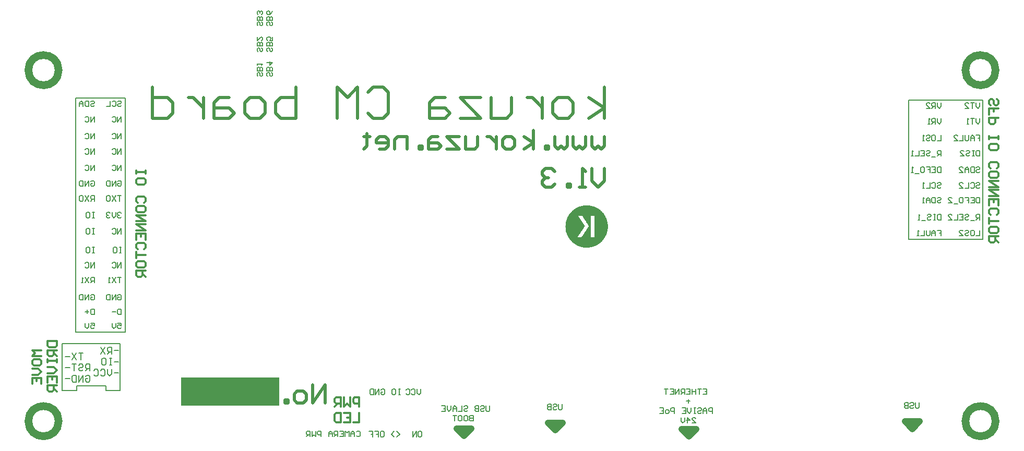
<source format=gbo>
G04*
G04 #@! TF.GenerationSoftware,Altium Limited,Altium Designer,21.2.2 (38)*
G04*
G04 Layer_Color=32896*
%FSAX25Y25*%
%MOIN*%
G70*
G04*
G04 #@! TF.SameCoordinates,D0FF6B23-36CC-4740-AB7B-40CE6848005B*
G04*
G04*
G04 #@! TF.FilePolarity,Positive*
G04*
G01*
G75*
%ADD11C,0.00787*%
%ADD12C,0.05118*%
%ADD13C,0.01181*%
%ADD16C,0.01968*%
%ADD18C,0.00100*%
%ADD161C,0.03937*%
%ADD215R,0.62750X0.18000*%
D11*
X1152681Y0237589D02*
Y0326589D01*
Y0237589D02*
X1200181D01*
Y0326589D01*
X1152681D02*
X1200181D01*
X0620968Y0178222D02*
Y0327972D01*
Y0178222D02*
X0652468D01*
Y0327972D01*
X0620968D02*
X0652468D01*
X0639998Y0140795D02*
Y0143795D01*
X0636998D02*
X0639998D01*
X0621498D02*
X0624498D01*
X0621498Y0140795D02*
Y0143795D01*
X0639998Y0140795D02*
X0649248D01*
X0612248D02*
X0621498D01*
X0649248D02*
Y0170795D01*
X0624498Y0143795D02*
X0636998D01*
X0612248Y0140795D02*
Y0170795D01*
X0649248D01*
X1159518Y0133078D02*
Y0130126D01*
X1158927Y0129535D01*
X1157747D01*
X1157156Y0130126D01*
Y0133078D01*
X1153614Y0132487D02*
X1154204Y0133078D01*
X1155385D01*
X1155976Y0132487D01*
Y0131897D01*
X1155385Y0131307D01*
X1154204D01*
X1153614Y0130716D01*
Y0130126D01*
X1154204Y0129535D01*
X1155385D01*
X1155976Y0130126D01*
X1152433Y0133078D02*
Y0129535D01*
X1150662D01*
X1150072Y0130126D01*
Y0130716D01*
X1150662Y0131307D01*
X1152433D01*
X1150662D01*
X1150072Y0131897D01*
Y0132487D01*
X1150662Y0133078D01*
X1152433D01*
X0625631Y0164832D02*
X0622745D01*
X0624188D01*
Y0160503D01*
X0621302Y0164832D02*
X0618416Y0160503D01*
Y0164832D02*
X0621302Y0160503D01*
X0616973Y0162667D02*
X0614086D01*
X0629961Y0153418D02*
Y0157747D01*
X0627796D01*
X0627074Y0157025D01*
Y0155582D01*
X0627796Y0154861D01*
X0629961D01*
X0628517D02*
X0627074Y0153418D01*
X0622745Y0157025D02*
X0623467Y0157747D01*
X0624910D01*
X0625631Y0157025D01*
Y0156304D01*
X0624910Y0155582D01*
X0623467D01*
X0622745Y0154861D01*
Y0154139D01*
X0623467Y0153418D01*
X0624910D01*
X0625631Y0154139D01*
X0621302Y0157747D02*
X0618416D01*
X0619859D01*
Y0153418D01*
X0616973Y0155582D02*
X0614086D01*
X0627074Y0149940D02*
X0627796Y0150662D01*
X0629239D01*
X0629961Y0149940D01*
Y0147054D01*
X0629239Y0146333D01*
X0627796D01*
X0627074Y0147054D01*
Y0148497D01*
X0628517D01*
X0625631Y0146333D02*
Y0150662D01*
X0622745Y0146333D01*
Y0150662D01*
X0621302D02*
Y0146333D01*
X0619137D01*
X0618416Y0147054D01*
Y0149940D01*
X0619137Y0150662D01*
X0621302D01*
X0616973Y0148497D02*
X0614086D01*
X0885268Y0131104D02*
Y0128152D01*
X0884677Y0127562D01*
X0883497D01*
X0882906Y0128152D01*
Y0131104D01*
X0879364Y0130513D02*
X0879954Y0131104D01*
X0881135D01*
X0881726Y0130513D01*
Y0129923D01*
X0881135Y0129333D01*
X0879954D01*
X0879364Y0128742D01*
Y0128152D01*
X0879954Y0127562D01*
X0881135D01*
X0881726Y0128152D01*
X0878183Y0131104D02*
Y0127562D01*
X0876412D01*
X0875822Y0128152D01*
Y0128742D01*
X0876412Y0129333D01*
X0878183D01*
X0876412D01*
X0875822Y0129923D01*
Y0130513D01*
X0876412Y0131104D01*
X0878183D01*
X0868738Y0130513D02*
X0869328Y0131104D01*
X0870509D01*
X0871099Y0130513D01*
Y0129923D01*
X0870509Y0129333D01*
X0869328D01*
X0868738Y0128742D01*
Y0128152D01*
X0869328Y0127562D01*
X0870509D01*
X0871099Y0128152D01*
X0867557Y0131104D02*
Y0127562D01*
X0865195D01*
X0864015D02*
Y0129923D01*
X0862834Y0131104D01*
X0861653Y0129923D01*
Y0127562D01*
Y0129333D01*
X0864015D01*
X0860473Y0131104D02*
Y0128742D01*
X0859292Y0127562D01*
X0858111Y0128742D01*
Y0131104D01*
X0854569D02*
X0856930D01*
Y0127562D01*
X0854569D01*
X0856930Y0129333D02*
X0855750D01*
X0874641Y0124963D02*
Y0121421D01*
X0872870D01*
X0872280Y0122012D01*
Y0122602D01*
X0872870Y0123192D01*
X0874641D01*
X0872870D01*
X0872280Y0123783D01*
Y0124373D01*
X0872870Y0124963D01*
X0874641D01*
X0869328D02*
X0870509D01*
X0871099Y0124373D01*
Y0122012D01*
X0870509Y0121421D01*
X0869328D01*
X0868738Y0122012D01*
Y0124373D01*
X0869328Y0124963D01*
X0865786D02*
X0866967D01*
X0867557Y0124373D01*
Y0122012D01*
X0866967Y0121421D01*
X0865786D01*
X0865195Y0122012D01*
Y0124373D01*
X0865786Y0124963D01*
X0864015D02*
X0861653D01*
X0862834D01*
Y0121421D01*
X0648211Y0166417D02*
X0645324D01*
X0643881Y0164252D02*
Y0168582D01*
X0641717D01*
X0640995Y0167860D01*
Y0166417D01*
X0641717Y0165696D01*
X0643881D01*
X0642438D02*
X0640995Y0164252D01*
X0639552Y0168582D02*
X0636666Y0164252D01*
Y0168582D02*
X0639552Y0164252D01*
X0648211Y0159332D02*
X0645324D01*
X0643881Y0161497D02*
X0642438D01*
X0643160D01*
Y0157168D01*
X0643881D01*
X0642438D01*
X0638109Y0161497D02*
X0639552D01*
X0640274Y0160775D01*
Y0157889D01*
X0639552Y0157168D01*
X0638109D01*
X0637387Y0157889D01*
Y0160775D01*
X0638109Y0161497D01*
X0648211Y0152247D02*
X0645324D01*
X0643881Y0154412D02*
Y0151526D01*
X0642438Y0150083D01*
X0640995Y0151526D01*
Y0154412D01*
X0636666Y0153690D02*
X0637387Y0154412D01*
X0638830D01*
X0639552Y0153690D01*
Y0150804D01*
X0638830Y0150083D01*
X0637387D01*
X0636666Y0150804D01*
X0632337Y0153690D02*
X0633058Y0154412D01*
X0634501D01*
X0635223Y0153690D01*
Y0150804D01*
X0634501Y0150083D01*
X0633058D01*
X0632337Y0150804D01*
X1021557Y0142046D02*
X1023918D01*
Y0138504D01*
X1021557D01*
X1023918Y0140275D02*
X1022738D01*
X1020376Y0142046D02*
X1018015D01*
X1019196D01*
Y0138504D01*
X1016834Y0142046D02*
Y0138504D01*
Y0140275D01*
X1014473D01*
Y0142046D01*
Y0138504D01*
X1010931Y0142046D02*
X1013292D01*
Y0138504D01*
X1010931D01*
X1013292Y0140275D02*
X1012111D01*
X1009750Y0138504D02*
Y0142046D01*
X1007979D01*
X1007388Y0141455D01*
Y0140275D01*
X1007979Y0139684D01*
X1009750D01*
X1008569D02*
X1007388Y0138504D01*
X1006208D02*
Y0142046D01*
X1003846Y0138504D01*
Y0142046D01*
X1000304D02*
X1002666D01*
Y0138504D01*
X1000304D01*
X1002666Y0140275D02*
X1001485D01*
X0999123Y0142046D02*
X0996762D01*
X0997943D01*
Y0138504D01*
X1013292Y0134134D02*
X1010931D01*
X1012111Y0135315D02*
Y0132954D01*
X1027461Y0126223D02*
Y0129765D01*
X1025690D01*
X1025099Y0129175D01*
Y0127994D01*
X1025690Y0127404D01*
X1027461D01*
X1023918Y0126223D02*
Y0128584D01*
X1022738Y0129765D01*
X1021557Y0128584D01*
Y0126223D01*
Y0127994D01*
X1023918D01*
X1018015Y0129175D02*
X1018605Y0129765D01*
X1019786D01*
X1020376Y0129175D01*
Y0128584D01*
X1019786Y0127994D01*
X1018605D01*
X1018015Y0127404D01*
Y0126813D01*
X1018605Y0126223D01*
X1019786D01*
X1020376Y0126813D01*
X1016834Y0129765D02*
X1015653D01*
X1016244D01*
Y0126223D01*
X1016834D01*
X1015653D01*
X1013882Y0129765D02*
Y0127404D01*
X1012702Y0126223D01*
X1011521Y0127404D01*
Y0129765D01*
X1007979D02*
X1010340D01*
Y0126223D01*
X1007979D01*
X1010340Y0127994D02*
X1009159D01*
X1003256Y0126223D02*
Y0129765D01*
X1001485D01*
X1000894Y0129175D01*
Y0127994D01*
X1001485Y0127404D01*
X1003256D01*
X0999123Y0126223D02*
X0997943D01*
X0997352Y0126813D01*
Y0127994D01*
X0997943Y0128584D01*
X0999123D01*
X0999714Y0127994D01*
Y0126813D01*
X0999123Y0126223D01*
X0993810Y0129765D02*
X0996171D01*
Y0126223D01*
X0993810D01*
X0996171Y0127994D02*
X0994991D01*
X1014473Y0120083D02*
X1016834D01*
X1014473Y0122444D01*
Y0123034D01*
X1015063Y0123625D01*
X1016244D01*
X1016834Y0123034D01*
X1011521Y0120083D02*
Y0123625D01*
X1013292Y0121854D01*
X1010931D01*
X1009750Y0123625D02*
Y0121263D01*
X1008569Y0120083D01*
X1007388Y0121263D01*
Y0123625D01*
X0931547Y0132219D02*
Y0129268D01*
X0930957Y0128677D01*
X0929776D01*
X0929186Y0129268D01*
Y0132219D01*
X0925644Y0131629D02*
X0926234Y0132219D01*
X0927415D01*
X0928005Y0131629D01*
Y0131039D01*
X0927415Y0130448D01*
X0926234D01*
X0925644Y0129858D01*
Y0129268D01*
X0926234Y0128677D01*
X0927415D01*
X0928005Y0129268D01*
X0924463Y0132219D02*
Y0128677D01*
X0922692D01*
X0922101Y0129268D01*
Y0129858D01*
X0922692Y0130448D01*
X0924463D01*
X0922692D01*
X0922101Y0131039D01*
Y0131629D01*
X0922692Y0132219D01*
X0924463D01*
X1198248Y0324837D02*
Y0322476D01*
X1197067Y0321295D01*
X1195887Y0322476D01*
Y0324837D01*
X1194706D02*
X1192344D01*
X1193525D01*
Y0321295D01*
X1188802D02*
X1191164D01*
X1188802Y0323657D01*
Y0324247D01*
X1189393Y0324837D01*
X1190573D01*
X1191164Y0324247D01*
X1198248Y0314837D02*
Y0312476D01*
X1197067Y0311295D01*
X1195887Y0312476D01*
Y0314837D01*
X1194706D02*
X1192344D01*
X1193525D01*
Y0311295D01*
X1191164D02*
X1189983D01*
X1190573D01*
Y0314837D01*
X1191164Y0314247D01*
X1195887Y0304087D02*
X1198248D01*
Y0302316D01*
X1197067D01*
X1198248D01*
Y0300545D01*
X1194706D02*
Y0302907D01*
X1193525Y0304087D01*
X1192344Y0302907D01*
Y0300545D01*
Y0302316D01*
X1194706D01*
X1191164Y0304087D02*
Y0301136D01*
X1190573Y0300545D01*
X1189393D01*
X1188802Y0301136D01*
Y0304087D01*
X1187621D02*
Y0300545D01*
X1185260D01*
X1181718D02*
X1184079D01*
X1181718Y0302907D01*
Y0303497D01*
X1182308Y0304087D01*
X1183489D01*
X1184079Y0303497D01*
X1198248Y0294337D02*
Y0290795D01*
X1196477D01*
X1195887Y0291386D01*
Y0293747D01*
X1196477Y0294337D01*
X1198248D01*
X1194706D02*
X1193525D01*
X1194116D01*
Y0290795D01*
X1194706D01*
X1193525D01*
X1189393Y0293747D02*
X1189983Y0294337D01*
X1191164D01*
X1191754Y0293747D01*
Y0293157D01*
X1191164Y0292566D01*
X1189983D01*
X1189393Y0291976D01*
Y0291386D01*
X1189983Y0290795D01*
X1191164D01*
X1191754Y0291386D01*
X1185850Y0290795D02*
X1188212D01*
X1185850Y0293157D01*
Y0293747D01*
X1186441Y0294337D01*
X1187621D01*
X1188212Y0293747D01*
X1195887Y0283247D02*
X1196477Y0283837D01*
X1197658D01*
X1198248Y0283247D01*
Y0282657D01*
X1197658Y0282066D01*
X1196477D01*
X1195887Y0281476D01*
Y0280886D01*
X1196477Y0280295D01*
X1197658D01*
X1198248Y0280886D01*
X1194706Y0283837D02*
Y0280295D01*
X1192935D01*
X1192344Y0280886D01*
Y0283247D01*
X1192935Y0283837D01*
X1194706D01*
X1191164Y0280295D02*
Y0282657D01*
X1189983Y0283837D01*
X1188802Y0282657D01*
Y0280295D01*
Y0282066D01*
X1191164D01*
X1185260Y0280295D02*
X1187621D01*
X1185260Y0282657D01*
Y0283247D01*
X1185850Y0283837D01*
X1187031D01*
X1187621Y0283247D01*
X1195887Y0273247D02*
X1196477Y0273837D01*
X1197658D01*
X1198248Y0273247D01*
Y0272657D01*
X1197658Y0272066D01*
X1196477D01*
X1195887Y0271476D01*
Y0270886D01*
X1196477Y0270295D01*
X1197658D01*
X1198248Y0270886D01*
X1192344Y0273247D02*
X1192935Y0273837D01*
X1194116D01*
X1194706Y0273247D01*
Y0270886D01*
X1194116Y0270295D01*
X1192935D01*
X1192344Y0270886D01*
X1191164Y0273837D02*
Y0270295D01*
X1188802D01*
X1185260D02*
X1187621D01*
X1185260Y0272657D01*
Y0273247D01*
X1185850Y0273837D01*
X1187031D01*
X1187621Y0273247D01*
X1198248Y0243337D02*
Y0239795D01*
X1195887D01*
X1192935Y0243337D02*
X1194116D01*
X1194706Y0242747D01*
Y0240386D01*
X1194116Y0239795D01*
X1192935D01*
X1192344Y0240386D01*
Y0242747D01*
X1192935Y0243337D01*
X1188802Y0242747D02*
X1189393Y0243337D01*
X1190573D01*
X1191164Y0242747D01*
Y0242157D01*
X1190573Y0241566D01*
X1189393D01*
X1188802Y0240976D01*
Y0240386D01*
X1189393Y0239795D01*
X1190573D01*
X1191164Y0240386D01*
X1185260Y0239795D02*
X1187621D01*
X1185260Y0242157D01*
Y0242747D01*
X1185850Y0243337D01*
X1187031D01*
X1187621Y0242747D01*
X1198248Y0250045D02*
Y0253587D01*
X1196477D01*
X1195887Y0252997D01*
Y0251816D01*
X1196477Y0251226D01*
X1198248D01*
X1197067D02*
X1195887Y0250045D01*
X1194706Y0249455D02*
X1192344D01*
X1188802Y0252997D02*
X1189393Y0253587D01*
X1190573D01*
X1191164Y0252997D01*
Y0252407D01*
X1190573Y0251816D01*
X1189393D01*
X1188802Y0251226D01*
Y0250636D01*
X1189393Y0250045D01*
X1190573D01*
X1191164Y0250636D01*
X1185260Y0253587D02*
X1187621D01*
Y0250045D01*
X1185260D01*
X1187621Y0251816D02*
X1186441D01*
X1184079Y0253587D02*
Y0250045D01*
X1181718D01*
X1178176D02*
X1180537D01*
X1178176Y0252407D01*
Y0252997D01*
X1178766Y0253587D01*
X1179947D01*
X1180537Y0252997D01*
X1198248Y0264337D02*
Y0260795D01*
X1196477D01*
X1195887Y0261386D01*
Y0263747D01*
X1196477Y0264337D01*
X1198248D01*
X1192344D02*
X1194706D01*
Y0260795D01*
X1192344D01*
X1194706Y0262566D02*
X1193525D01*
X1188802Y0264337D02*
X1191164D01*
Y0262566D01*
X1189983D01*
X1191164D01*
Y0260795D01*
X1187621Y0263747D02*
X1187031Y0264337D01*
X1185850D01*
X1185260Y0263747D01*
Y0261386D01*
X1185850Y0260795D01*
X1187031D01*
X1187621Y0261386D01*
Y0263747D01*
X1184079Y0260205D02*
X1181718D01*
X1178176Y0260795D02*
X1180537D01*
X1178176Y0263157D01*
Y0263747D01*
X1178766Y0264337D01*
X1179947D01*
X1180537Y0263747D01*
X1171137D02*
X1171727Y0264337D01*
X1172908D01*
X1173498Y0263747D01*
Y0263157D01*
X1172908Y0262566D01*
X1171727D01*
X1171137Y0261976D01*
Y0261386D01*
X1171727Y0260795D01*
X1172908D01*
X1173498Y0261386D01*
X1169956Y0264337D02*
Y0260795D01*
X1168185D01*
X1167594Y0261386D01*
Y0263747D01*
X1168185Y0264337D01*
X1169956D01*
X1166414Y0260795D02*
Y0263157D01*
X1165233Y0264337D01*
X1164052Y0263157D01*
Y0260795D01*
Y0262566D01*
X1166414D01*
X1162871Y0260795D02*
X1161691D01*
X1162281D01*
Y0264337D01*
X1162871Y0263747D01*
X1173498Y0253587D02*
Y0250045D01*
X1171727D01*
X1171137Y0250636D01*
Y0252997D01*
X1171727Y0253587D01*
X1173498D01*
X1169956D02*
X1168775D01*
X1169366D01*
Y0250045D01*
X1169956D01*
X1168775D01*
X1164643Y0252997D02*
X1165233Y0253587D01*
X1166414D01*
X1167004Y0252997D01*
Y0252407D01*
X1166414Y0251816D01*
X1165233D01*
X1164643Y0251226D01*
Y0250636D01*
X1165233Y0250045D01*
X1166414D01*
X1167004Y0250636D01*
X1163462Y0249455D02*
X1161100D01*
X1159920Y0250045D02*
X1158739D01*
X1159329D01*
Y0253587D01*
X1159920Y0252997D01*
X1171137Y0243337D02*
X1173498D01*
Y0241566D01*
X1172317D01*
X1173498D01*
Y0239795D01*
X1169956D02*
Y0242157D01*
X1168775Y0243337D01*
X1167594Y0242157D01*
Y0239795D01*
Y0241566D01*
X1169956D01*
X1166414Y0243337D02*
Y0240386D01*
X1165823Y0239795D01*
X1164643D01*
X1164052Y0240386D01*
Y0243337D01*
X1162871D02*
Y0239795D01*
X1160510D01*
X1159329D02*
X1158149D01*
X1158739D01*
Y0243337D01*
X1159329Y0242747D01*
X1171137Y0273247D02*
X1171727Y0273837D01*
X1172908D01*
X1173498Y0273247D01*
Y0272657D01*
X1172908Y0272066D01*
X1171727D01*
X1171137Y0271476D01*
Y0270886D01*
X1171727Y0270295D01*
X1172908D01*
X1173498Y0270886D01*
X1167594Y0273247D02*
X1168185Y0273837D01*
X1169366D01*
X1169956Y0273247D01*
Y0270886D01*
X1169366Y0270295D01*
X1168185D01*
X1167594Y0270886D01*
X1166414Y0273837D02*
Y0270295D01*
X1164052D01*
X1162871D02*
X1161691D01*
X1162281D01*
Y0273837D01*
X1162871Y0273247D01*
X1173498Y0283837D02*
Y0280295D01*
X1171727D01*
X1171137Y0280886D01*
Y0283247D01*
X1171727Y0283837D01*
X1173498D01*
X1167594D02*
X1169956D01*
Y0280295D01*
X1167594D01*
X1169956Y0282066D02*
X1168775D01*
X1164052Y0283837D02*
X1166414D01*
Y0282066D01*
X1165233D01*
X1166414D01*
Y0280295D01*
X1162871Y0283247D02*
X1162281Y0283837D01*
X1161100D01*
X1160510Y0283247D01*
Y0280886D01*
X1161100Y0280295D01*
X1162281D01*
X1162871Y0280886D01*
Y0283247D01*
X1159329Y0279705D02*
X1156968D01*
X1155787Y0280295D02*
X1154607D01*
X1155197D01*
Y0283837D01*
X1155787Y0283247D01*
X1173498Y0290795D02*
Y0294337D01*
X1171727D01*
X1171137Y0293747D01*
Y0292566D01*
X1171727Y0291976D01*
X1173498D01*
X1172317D02*
X1171137Y0290795D01*
X1169956Y0290205D02*
X1167594D01*
X1164052Y0293747D02*
X1164643Y0294337D01*
X1165823D01*
X1166414Y0293747D01*
Y0293157D01*
X1165823Y0292566D01*
X1164643D01*
X1164052Y0291976D01*
Y0291386D01*
X1164643Y0290795D01*
X1165823D01*
X1166414Y0291386D01*
X1160510Y0294337D02*
X1162871D01*
Y0290795D01*
X1160510D01*
X1162871Y0292566D02*
X1161691D01*
X1159329Y0294337D02*
Y0290795D01*
X1156968D01*
X1155787D02*
X1154607D01*
X1155197D01*
Y0294337D01*
X1155787Y0293747D01*
X1173498Y0304087D02*
Y0300545D01*
X1171137D01*
X1168185Y0304087D02*
X1169366D01*
X1169956Y0303497D01*
Y0301136D01*
X1169366Y0300545D01*
X1168185D01*
X1167594Y0301136D01*
Y0303497D01*
X1168185Y0304087D01*
X1164052Y0303497D02*
X1164643Y0304087D01*
X1165823D01*
X1166414Y0303497D01*
Y0302907D01*
X1165823Y0302316D01*
X1164643D01*
X1164052Y0301726D01*
Y0301136D01*
X1164643Y0300545D01*
X1165823D01*
X1166414Y0301136D01*
X1162871Y0300545D02*
X1161691D01*
X1162281D01*
Y0304087D01*
X1162871Y0303497D01*
X1173498Y0314837D02*
Y0312476D01*
X1172317Y0311295D01*
X1171137Y0312476D01*
Y0314837D01*
X1169956Y0311295D02*
Y0314837D01*
X1168185D01*
X1167594Y0314247D01*
Y0313066D01*
X1168185Y0312476D01*
X1169956D01*
X1168775D02*
X1167594Y0311295D01*
X1166414D02*
X1165233D01*
X1165823D01*
Y0314837D01*
X1166414Y0314247D01*
X1173498Y0324837D02*
Y0322476D01*
X1172317Y0321295D01*
X1171137Y0322476D01*
Y0324837D01*
X1169956Y0321295D02*
Y0324837D01*
X1168185D01*
X1167594Y0324247D01*
Y0323066D01*
X1168185Y0322476D01*
X1169956D01*
X1168775D02*
X1167594Y0321295D01*
X1164052D02*
X1166414D01*
X1164052Y0323657D01*
Y0324247D01*
X1164643Y0324837D01*
X1165823D01*
X1166414Y0324247D01*
X0841171Y0141723D02*
Y0139362D01*
X0839991Y0138181D01*
X0838810Y0139362D01*
Y0141723D01*
X0835268Y0141133D02*
X0835858Y0141723D01*
X0837039D01*
X0837629Y0141133D01*
Y0138771D01*
X0837039Y0138181D01*
X0835858D01*
X0835268Y0138771D01*
X0831726Y0141133D02*
X0832316Y0141723D01*
X0833497D01*
X0834087Y0141133D01*
Y0138771D01*
X0833497Y0138181D01*
X0832316D01*
X0831726Y0138771D01*
X0828171Y0141723D02*
X0826991D01*
X0827581D01*
Y0138181D01*
X0828171D01*
X0826991D01*
X0823448Y0141723D02*
X0824629D01*
X0825219Y0141133D01*
Y0138771D01*
X0824629Y0138181D01*
X0823448D01*
X0822858Y0138771D01*
Y0141133D01*
X0823448Y0141723D01*
X0815774Y0141133D02*
X0816364Y0141723D01*
X0817545D01*
X0818135Y0141133D01*
Y0138771D01*
X0817545Y0138181D01*
X0816364D01*
X0815774Y0138771D01*
Y0139952D01*
X0816954D01*
X0814593Y0138181D02*
Y0141723D01*
X0812232Y0138181D01*
Y0141723D01*
X0811051D02*
Y0138181D01*
X0809280D01*
X0808689Y0138771D01*
Y0141133D01*
X0809280Y0141723D01*
X0811051D01*
X0840111Y0114798D02*
X0841292D01*
X0841882Y0114208D01*
Y0111846D01*
X0841292Y0111256D01*
X0840111D01*
X0839520Y0111846D01*
Y0114208D01*
X0840111Y0114798D01*
X0838340Y0111256D02*
Y0114798D01*
X0835978Y0111256D01*
Y0114798D01*
X0825942Y0111256D02*
X0827713Y0113027D01*
X0825942Y0114798D01*
X0824171Y0111256D02*
X0822400Y0113027D01*
X0824171Y0114798D01*
X0815906D02*
X0817087D01*
X0817677Y0114208D01*
Y0111846D01*
X0817087Y0111256D01*
X0815906D01*
X0815316Y0111846D01*
Y0114208D01*
X0815906Y0114798D01*
X0811773D02*
X0814135D01*
Y0113027D01*
X0812954D01*
X0814135D01*
Y0111256D01*
X0808231Y0114798D02*
X0810593D01*
Y0113027D01*
X0809412D01*
X0810593D01*
Y0111256D01*
X0800052Y0114404D02*
X0800642Y0114995D01*
X0801823D01*
X0802413Y0114404D01*
Y0112043D01*
X0801823Y0111453D01*
X0800642D01*
X0800052Y0112043D01*
X0798871Y0111453D02*
Y0113814D01*
X0797690Y0114995D01*
X0796510Y0113814D01*
Y0111453D01*
Y0113224D01*
X0798871D01*
X0795329Y0111453D02*
Y0114995D01*
X0794148Y0113814D01*
X0792968Y0114995D01*
Y0111453D01*
X0789425Y0114995D02*
X0791787D01*
Y0111453D01*
X0789425D01*
X0791787Y0113224D02*
X0790606D01*
X0788245Y0111453D02*
Y0114995D01*
X0786474D01*
X0785883Y0114404D01*
Y0113224D01*
X0786474Y0112633D01*
X0788245D01*
X0787064D02*
X0785883Y0111453D01*
X0784702D02*
Y0113814D01*
X0783522Y0114995D01*
X0782341Y0113814D01*
Y0111453D01*
Y0113224D01*
X0784702D01*
X0777618Y0111453D02*
Y0114995D01*
X0775847D01*
X0775257Y0114404D01*
Y0113224D01*
X0775847Y0112633D01*
X0777618D01*
X0774076Y0114995D02*
Y0111453D01*
X0772895Y0112633D01*
X0771715Y0111453D01*
Y0114995D01*
X0770534Y0111453D02*
Y0114995D01*
X0768763D01*
X0768173Y0114404D01*
Y0113224D01*
X0768763Y0112633D01*
X0770534D01*
X0769353D02*
X0768173Y0111453D01*
X0630357Y0325424D02*
X0630947Y0326015D01*
X0632128D01*
X0632719Y0325424D01*
Y0324834D01*
X0632128Y0324243D01*
X0630947D01*
X0630357Y0323653D01*
Y0323063D01*
X0630947Y0322472D01*
X0632128D01*
X0632719Y0323063D01*
X0629176Y0326015D02*
Y0322472D01*
X0627405D01*
X0626815Y0323063D01*
Y0325424D01*
X0627405Y0326015D01*
X0629176D01*
X0625634Y0322472D02*
Y0324834D01*
X0624453Y0326015D01*
X0623273Y0324834D01*
Y0322472D01*
Y0324243D01*
X0625634D01*
X0632719Y0312472D02*
Y0316015D01*
X0630357Y0312472D01*
Y0316015D01*
X0626815Y0315424D02*
X0627405Y0316015D01*
X0628586D01*
X0629176Y0315424D01*
Y0313063D01*
X0628586Y0312472D01*
X0627405D01*
X0626815Y0313063D01*
X0632719Y0301722D02*
Y0305265D01*
X0630357Y0301722D01*
Y0305265D01*
X0626815Y0304674D02*
X0627405Y0305265D01*
X0628586D01*
X0629176Y0304674D01*
Y0302313D01*
X0628586Y0301722D01*
X0627405D01*
X0626815Y0302313D01*
X0632719Y0291972D02*
Y0295515D01*
X0630357Y0291972D01*
Y0295515D01*
X0626815Y0294924D02*
X0627405Y0295515D01*
X0628586D01*
X0629176Y0294924D01*
Y0292563D01*
X0628586Y0291972D01*
X0627405D01*
X0626815Y0292563D01*
X0632719Y0281472D02*
Y0285015D01*
X0630357Y0281472D01*
Y0285015D01*
X0626815Y0284424D02*
X0627405Y0285015D01*
X0628586D01*
X0629176Y0284424D01*
Y0282063D01*
X0628586Y0281472D01*
X0627405D01*
X0626815Y0282063D01*
X0630357Y0274424D02*
X0630947Y0275015D01*
X0632128D01*
X0632719Y0274424D01*
Y0272063D01*
X0632128Y0271472D01*
X0630947D01*
X0630357Y0272063D01*
Y0273243D01*
X0631538D01*
X0629176Y0271472D02*
Y0275015D01*
X0626815Y0271472D01*
Y0275015D01*
X0625634D02*
Y0271472D01*
X0623863D01*
X0623273Y0272063D01*
Y0274424D01*
X0623863Y0275015D01*
X0625634D01*
X0632719Y0244515D02*
X0631538D01*
X0632128D01*
Y0240972D01*
X0632719D01*
X0631538D01*
X0627996Y0244515D02*
X0629176D01*
X0629767Y0243924D01*
Y0241563D01*
X0629176Y0240972D01*
X0627996D01*
X0627405Y0241563D01*
Y0243924D01*
X0627996Y0244515D01*
X0632719Y0254765D02*
X0631538D01*
X0632128D01*
Y0251222D01*
X0632719D01*
X0631538D01*
X0627996Y0254765D02*
X0629176D01*
X0629767Y0254174D01*
Y0251813D01*
X0629176Y0251222D01*
X0627996D01*
X0627405Y0251813D01*
Y0254174D01*
X0627996Y0254765D01*
X0632719Y0232515D02*
X0631538D01*
X0632128D01*
Y0228972D01*
X0632719D01*
X0631538D01*
X0627996Y0232515D02*
X0629176D01*
X0629767Y0231924D01*
Y0229563D01*
X0629176Y0228972D01*
X0627996D01*
X0627405Y0229563D01*
Y0231924D01*
X0627996Y0232515D01*
X0632719Y0219222D02*
Y0222765D01*
X0630357Y0219222D01*
Y0222765D01*
X0626815Y0222174D02*
X0627405Y0222765D01*
X0628586D01*
X0629176Y0222174D01*
Y0219813D01*
X0628586Y0219222D01*
X0627405D01*
X0626815Y0219813D01*
X0632719Y0209722D02*
Y0213265D01*
X0630947D01*
X0630357Y0212674D01*
Y0211493D01*
X0630947Y0210903D01*
X0632719D01*
X0631538D02*
X0630357Y0209722D01*
X0629176Y0213265D02*
X0626815Y0209722D01*
Y0213265D02*
X0629176Y0209722D01*
X0625634D02*
X0624453D01*
X0625044D01*
Y0213265D01*
X0625634Y0212674D01*
X0630357Y0201674D02*
X0630947Y0202265D01*
X0632128D01*
X0632719Y0201674D01*
Y0199313D01*
X0632128Y0198722D01*
X0630947D01*
X0630357Y0199313D01*
Y0200494D01*
X0631538D01*
X0629176Y0198722D02*
Y0202265D01*
X0626815Y0198722D01*
Y0202265D01*
X0625634D02*
Y0198722D01*
X0623863D01*
X0623273Y0199313D01*
Y0201674D01*
X0623863Y0202265D01*
X0625634D01*
X0632719Y0193015D02*
Y0189472D01*
X0630947D01*
X0630357Y0190063D01*
Y0192424D01*
X0630947Y0193015D01*
X0632719D01*
X0629176Y0191244D02*
X0626815D01*
X0627996Y0192424D02*
Y0190063D01*
X0630357Y0184015D02*
X0632719D01*
Y0182244D01*
X0631538Y0182834D01*
X0630947D01*
X0630357Y0182244D01*
Y0181063D01*
X0630947Y0180472D01*
X0632128D01*
X0632719Y0181063D01*
X0629176Y0184015D02*
Y0181653D01*
X0627996Y0180472D01*
X0626815Y0181653D01*
Y0184015D01*
X0632719Y0261972D02*
Y0265515D01*
X0630947D01*
X0630357Y0264924D01*
Y0263743D01*
X0630947Y0263153D01*
X0632719D01*
X0631538D02*
X0630357Y0261972D01*
X0629176Y0265515D02*
X0626815Y0261972D01*
Y0265515D02*
X0629176Y0261972D01*
X0625634Y0264924D02*
X0625044Y0265515D01*
X0623863D01*
X0623273Y0264924D01*
Y0262563D01*
X0623863Y0261972D01*
X0625044D01*
X0625634Y0262563D01*
Y0264924D01*
X0649968Y0265515D02*
X0647607D01*
X0648788D01*
Y0261972D01*
X0646426Y0265515D02*
X0644065Y0261972D01*
Y0265515D02*
X0646426Y0261972D01*
X0642884Y0264924D02*
X0642294Y0265515D01*
X0641113D01*
X0640523Y0264924D01*
Y0262563D01*
X0641113Y0261972D01*
X0642294D01*
X0642884Y0262563D01*
Y0264924D01*
X0647607Y0184015D02*
X0649968D01*
Y0182244D01*
X0648788Y0182834D01*
X0648197D01*
X0647607Y0182244D01*
Y0181063D01*
X0648197Y0180472D01*
X0649378D01*
X0649968Y0181063D01*
X0646426Y0184015D02*
Y0181653D01*
X0645246Y0180472D01*
X0644065Y0181653D01*
Y0184015D01*
X0649968Y0193015D02*
Y0189472D01*
X0648197D01*
X0647607Y0190063D01*
Y0192424D01*
X0648197Y0193015D01*
X0649968D01*
X0646426Y0191244D02*
X0644065D01*
X0647607Y0201674D02*
X0648197Y0202265D01*
X0649378D01*
X0649968Y0201674D01*
Y0199313D01*
X0649378Y0198722D01*
X0648197D01*
X0647607Y0199313D01*
Y0200494D01*
X0648788D01*
X0646426Y0198722D02*
Y0202265D01*
X0644065Y0198722D01*
Y0202265D01*
X0642884D02*
Y0198722D01*
X0641113D01*
X0640523Y0199313D01*
Y0201674D01*
X0641113Y0202265D01*
X0642884D01*
X0649968Y0213265D02*
X0647607D01*
X0648788D01*
Y0209722D01*
X0646426Y0213265D02*
X0644065Y0209722D01*
Y0213265D02*
X0646426Y0209722D01*
X0642884D02*
X0641703D01*
X0642294D01*
Y0213265D01*
X0642884Y0212674D01*
X0649968Y0219222D02*
Y0222765D01*
X0647607Y0219222D01*
Y0222765D01*
X0644065Y0222174D02*
X0644655Y0222765D01*
X0645836D01*
X0646426Y0222174D01*
Y0219813D01*
X0645836Y0219222D01*
X0644655D01*
X0644065Y0219813D01*
X0649968Y0232515D02*
X0648788D01*
X0649378D01*
Y0228972D01*
X0649968D01*
X0648788D01*
X0645246Y0232515D02*
X0646426D01*
X0647017Y0231924D01*
Y0229563D01*
X0646426Y0228972D01*
X0645246D01*
X0644655Y0229563D01*
Y0231924D01*
X0645246Y0232515D01*
X0649968Y0254174D02*
X0649378Y0254765D01*
X0648197D01*
X0647607Y0254174D01*
Y0253584D01*
X0648197Y0252993D01*
X0648788D01*
X0648197D01*
X0647607Y0252403D01*
Y0251813D01*
X0648197Y0251222D01*
X0649378D01*
X0649968Y0251813D01*
X0646426Y0254765D02*
Y0252403D01*
X0645246Y0251222D01*
X0644065Y0252403D01*
Y0254765D01*
X0642884Y0254174D02*
X0642294Y0254765D01*
X0641113D01*
X0640523Y0254174D01*
Y0253584D01*
X0641113Y0252993D01*
X0641703D01*
X0641113D01*
X0640523Y0252403D01*
Y0251813D01*
X0641113Y0251222D01*
X0642294D01*
X0642884Y0251813D01*
X0649968Y0240972D02*
Y0244515D01*
X0647607Y0240972D01*
Y0244515D01*
X0644065Y0243924D02*
X0644655Y0244515D01*
X0645836D01*
X0646426Y0243924D01*
Y0241563D01*
X0645836Y0240972D01*
X0644655D01*
X0644065Y0241563D01*
X0647607Y0274424D02*
X0648197Y0275015D01*
X0649378D01*
X0649968Y0274424D01*
Y0272063D01*
X0649378Y0271472D01*
X0648197D01*
X0647607Y0272063D01*
Y0273243D01*
X0648788D01*
X0646426Y0271472D02*
Y0275015D01*
X0644065Y0271472D01*
Y0275015D01*
X0642884D02*
Y0271472D01*
X0641113D01*
X0640523Y0272063D01*
Y0274424D01*
X0641113Y0275015D01*
X0642884D01*
X0649968Y0281472D02*
Y0285015D01*
X0647607Y0281472D01*
Y0285015D01*
X0644065Y0284424D02*
X0644655Y0285015D01*
X0645836D01*
X0646426Y0284424D01*
Y0282063D01*
X0645836Y0281472D01*
X0644655D01*
X0644065Y0282063D01*
X0649968Y0291972D02*
Y0295515D01*
X0647607Y0291972D01*
Y0295515D01*
X0644065Y0294924D02*
X0644655Y0295515D01*
X0645836D01*
X0646426Y0294924D01*
Y0292563D01*
X0645836Y0291972D01*
X0644655D01*
X0644065Y0292563D01*
X0649968Y0301722D02*
Y0305265D01*
X0647607Y0301722D01*
Y0305265D01*
X0644065Y0304674D02*
X0644655Y0305265D01*
X0645836D01*
X0646426Y0304674D01*
Y0302313D01*
X0645836Y0301722D01*
X0644655D01*
X0644065Y0302313D01*
X0649968Y0312472D02*
Y0316015D01*
X0647607Y0312472D01*
Y0316015D01*
X0644065Y0315424D02*
X0644655Y0316015D01*
X0645836D01*
X0646426Y0315424D01*
Y0313063D01*
X0645836Y0312472D01*
X0644655D01*
X0644065Y0313063D01*
X0647607Y0325424D02*
X0648197Y0326015D01*
X0649378D01*
X0649968Y0325424D01*
Y0324834D01*
X0649378Y0324243D01*
X0648197D01*
X0647607Y0323653D01*
Y0323063D01*
X0648197Y0322472D01*
X0649378D01*
X0649968Y0323063D01*
X0644065Y0325424D02*
X0644655Y0326015D01*
X0645836D01*
X0646426Y0325424D01*
Y0323063D01*
X0645836Y0322472D01*
X0644655D01*
X0644065Y0323063D01*
X0642884Y0326015D02*
Y0322472D01*
X0640523D01*
X0745917Y0376413D02*
X0746507Y0375822D01*
Y0374641D01*
X0745917Y0374051D01*
X0745327D01*
X0744736Y0374641D01*
Y0375822D01*
X0744146Y0376413D01*
X0743555D01*
X0742965Y0375822D01*
Y0374641D01*
X0743555Y0374051D01*
X0746507Y0377593D02*
X0742965D01*
Y0379364D01*
X0743555Y0379955D01*
X0744146D01*
X0744736Y0379364D01*
Y0377593D01*
Y0379364D01*
X0745327Y0379955D01*
X0745917D01*
X0746507Y0379364D01*
Y0377593D01*
Y0383497D02*
X0745917Y0382316D01*
X0744736Y0381135D01*
X0743555D01*
X0742965Y0381726D01*
Y0382907D01*
X0743555Y0383497D01*
X0744146D01*
X0744736Y0382907D01*
Y0381135D01*
X0745917Y0359877D02*
X0746507Y0359287D01*
Y0358106D01*
X0745917Y0357516D01*
X0745327D01*
X0744736Y0358106D01*
Y0359287D01*
X0744146Y0359877D01*
X0743555D01*
X0742965Y0359287D01*
Y0358106D01*
X0743555Y0357516D01*
X0746507Y0361058D02*
X0742965D01*
Y0362829D01*
X0743555Y0363419D01*
X0744146D01*
X0744736Y0362829D01*
Y0361058D01*
Y0362829D01*
X0745327Y0363419D01*
X0745917D01*
X0746507Y0362829D01*
Y0361058D01*
Y0366962D02*
Y0364600D01*
X0744736D01*
X0745327Y0365781D01*
Y0366371D01*
X0744736Y0366962D01*
X0743555D01*
X0742965Y0366371D01*
Y0365190D01*
X0743555Y0364600D01*
X0745917Y0344129D02*
X0746507Y0343539D01*
Y0342358D01*
X0745917Y0341768D01*
X0745327D01*
X0744736Y0342358D01*
Y0343539D01*
X0744146Y0344129D01*
X0743555D01*
X0742965Y0343539D01*
Y0342358D01*
X0743555Y0341768D01*
X0746507Y0345310D02*
X0742965D01*
Y0347081D01*
X0743555Y0347671D01*
X0744146D01*
X0744736Y0347081D01*
Y0345310D01*
Y0347081D01*
X0745327Y0347671D01*
X0745917D01*
X0746507Y0347081D01*
Y0345310D01*
X0742965Y0350623D02*
X0746507D01*
X0744736Y0348852D01*
Y0351213D01*
X0739618Y0376413D02*
X0740208Y0375822D01*
Y0374641D01*
X0739618Y0374051D01*
X0739027D01*
X0738437Y0374641D01*
Y0375822D01*
X0737847Y0376413D01*
X0737256D01*
X0736666Y0375822D01*
Y0374641D01*
X0737256Y0374051D01*
X0740208Y0377593D02*
X0736666D01*
Y0379364D01*
X0737256Y0379955D01*
X0737847D01*
X0738437Y0379364D01*
Y0377593D01*
Y0379364D01*
X0739027Y0379955D01*
X0739618D01*
X0740208Y0379364D01*
Y0377593D01*
X0739618Y0381136D02*
X0740208Y0381726D01*
Y0382907D01*
X0739618Y0383497D01*
X0739027D01*
X0738437Y0382907D01*
Y0382316D01*
Y0382907D01*
X0737847Y0383497D01*
X0737256D01*
X0736666Y0382907D01*
Y0381726D01*
X0737256Y0381136D01*
X0739618Y0359877D02*
X0740208Y0359287D01*
Y0358106D01*
X0739618Y0357516D01*
X0739027D01*
X0738437Y0358106D01*
Y0359287D01*
X0737847Y0359877D01*
X0737256D01*
X0736666Y0359287D01*
Y0358106D01*
X0737256Y0357516D01*
X0740208Y0361058D02*
X0736666D01*
Y0362829D01*
X0737256Y0363419D01*
X0737847D01*
X0738437Y0362829D01*
Y0361058D01*
Y0362829D01*
X0739027Y0363419D01*
X0739618D01*
X0740208Y0362829D01*
Y0361058D01*
X0736666Y0366962D02*
Y0364600D01*
X0739027Y0366962D01*
X0739618D01*
X0740208Y0366371D01*
Y0365190D01*
X0739618Y0364600D01*
X0739618Y0344129D02*
X0740208Y0343539D01*
Y0342358D01*
X0739618Y0341768D01*
X0739027D01*
X0738437Y0342358D01*
Y0343539D01*
X0737847Y0344129D01*
X0737256D01*
X0736666Y0343539D01*
Y0342358D01*
X0737256Y0341768D01*
X0740208Y0345310D02*
X0736666D01*
Y0347081D01*
X0737256Y0347671D01*
X0737847D01*
X0738437Y0347081D01*
Y0345310D01*
Y0347081D01*
X0739027Y0347671D01*
X0739618D01*
X0740208Y0347081D01*
Y0345310D01*
X0736666Y0348852D02*
Y0350033D01*
Y0349442D01*
X0740208D01*
X0739618Y0348852D01*
D12*
X1208319Y0345705D02*
G03*
X1208319Y0345705I-0009646J0000000D01*
G01*
X0609894Y0121295D02*
G03*
X0609894Y0121295I-0009646J0000000D01*
G01*
X1208319D02*
G03*
X1208319Y0121295I-0009646J0000000D01*
G01*
X0609894Y0345705D02*
G03*
X0609894Y0345705I-0009646J0000000D01*
G01*
D13*
X1205147Y0323178D02*
X1204163Y0324162D01*
Y0326130D01*
X1205147Y0327114D01*
X1206131D01*
X1207115Y0326130D01*
Y0324162D01*
X1208099Y0323178D01*
X1209083D01*
X1210067Y0324162D01*
Y0326130D01*
X1209083Y0327114D01*
X1204163Y0317275D02*
Y0321211D01*
X1207115D01*
Y0319243D01*
Y0321211D01*
X1210067D01*
Y0315307D02*
X1204163D01*
Y0312355D01*
X1205147Y0311371D01*
X1207115D01*
X1208099Y0312355D01*
Y0315307D01*
X1204163Y0303500D02*
Y0301532D01*
Y0302516D01*
X1210067D01*
Y0303500D01*
Y0301532D01*
X1204163Y0295628D02*
Y0297596D01*
X1205147Y0298580D01*
X1209083D01*
X1210067Y0297596D01*
Y0295628D01*
X1209083Y0294644D01*
X1205147D01*
X1204163Y0295628D01*
X1205147Y0282837D02*
X1204163Y0283821D01*
Y0285789D01*
X1205147Y0286773D01*
X1209083D01*
X1210067Y0285789D01*
Y0283821D01*
X1209083Y0282837D01*
X1204163Y0277918D02*
Y0279885D01*
X1205147Y0280869D01*
X1209083D01*
X1210067Y0279885D01*
Y0277918D01*
X1209083Y0276934D01*
X1205147D01*
X1204163Y0277918D01*
X1210067Y0274966D02*
X1204163D01*
X1210067Y0271030D01*
X1204163D01*
X1210067Y0269062D02*
X1204163D01*
X1210067Y0265126D01*
X1204163D01*
Y0259223D02*
Y0263158D01*
X1210067D01*
Y0259223D01*
X1207115Y0263158D02*
Y0261191D01*
X1205147Y0253319D02*
X1204163Y0254303D01*
Y0256271D01*
X1205147Y0257255D01*
X1209083D01*
X1210067Y0256271D01*
Y0254303D01*
X1209083Y0253319D01*
X1204163Y0251351D02*
Y0247415D01*
Y0249383D01*
X1210067D01*
X1204163Y0242496D02*
Y0244464D01*
X1205147Y0245448D01*
X1209083D01*
X1210067Y0244464D01*
Y0242496D01*
X1209083Y0241512D01*
X1205147D01*
X1204163Y0242496D01*
X1210067Y0239544D02*
X1204163D01*
Y0236592D01*
X1205147Y0235608D01*
X1207115D01*
X1208099Y0236592D01*
Y0239544D01*
Y0237576D02*
X1210067Y0235608D01*
X0598898Y0166710D02*
X0592994D01*
X0594962Y0164743D01*
X0592994Y0162775D01*
X0598898D01*
X0592994Y0157855D02*
Y0159823D01*
X0593978Y0160807D01*
X0597914D01*
X0598898Y0159823D01*
Y0157855D01*
X0597914Y0156871D01*
X0593978D01*
X0592994Y0157855D01*
Y0154903D02*
X0596930D01*
X0598898Y0152936D01*
X0596930Y0150968D01*
X0592994D01*
Y0145064D02*
Y0149000D01*
X0598898D01*
Y0145064D01*
X0595946Y0149000D02*
Y0147032D01*
X0602913Y0172614D02*
X0608817D01*
Y0169662D01*
X0607833Y0168678D01*
X0603897D01*
X0602913Y0169662D01*
Y0172614D01*
X0608817Y0166710D02*
X0602913D01*
Y0163759D01*
X0603897Y0162775D01*
X0605865D01*
X0606849Y0163759D01*
Y0166710D01*
Y0164743D02*
X0608817Y0162775D01*
X0602913Y0160807D02*
Y0158839D01*
Y0159823D01*
X0608817D01*
Y0160807D01*
Y0158839D01*
X0602913Y0155887D02*
X0606849D01*
X0608817Y0153919D01*
X0606849Y0151952D01*
X0602913D01*
Y0146048D02*
Y0149984D01*
X0608817D01*
Y0146048D01*
X0605865Y0149984D02*
Y0148016D01*
X0608817Y0144080D02*
X0602913D01*
Y0141128D01*
X0603897Y0140144D01*
X0605865D01*
X0606849Y0141128D01*
Y0144080D01*
Y0142112D02*
X0608817Y0140144D01*
X0801921Y0130525D02*
Y0136429D01*
X0798969D01*
X0797986Y0135445D01*
Y0133477D01*
X0798969Y0132493D01*
X0801921D01*
X0796018Y0136429D02*
Y0130525D01*
X0794050Y0132493D01*
X0792082Y0130525D01*
Y0136429D01*
X0790114Y0130525D02*
Y0136429D01*
X0787162D01*
X0786178Y0135445D01*
Y0133477D01*
X0787162Y0132493D01*
X0790114D01*
X0788146D02*
X0786178Y0130525D01*
X0801921Y0126510D02*
Y0120606D01*
X0797986D01*
X0792082Y0126510D02*
X0796018D01*
Y0120606D01*
X0792082D01*
X0796018Y0123558D02*
X0794050D01*
X0790114Y0126510D02*
Y0120606D01*
X0787162D01*
X0786178Y0121590D01*
Y0125526D01*
X0787162Y0126510D01*
X0790114D01*
X0659634Y0281541D02*
Y0279573D01*
Y0280557D01*
X0665537D01*
Y0281541D01*
Y0279573D01*
X0659634Y0273670D02*
Y0275638D01*
X0660618Y0276622D01*
X0664553D01*
X0665537Y0275638D01*
Y0273670D01*
X0664553Y0272686D01*
X0660618D01*
X0659634Y0273670D01*
X0660618Y0260879D02*
X0659634Y0261863D01*
Y0263830D01*
X0660618Y0264814D01*
X0664553D01*
X0665537Y0263830D01*
Y0261863D01*
X0664553Y0260879D01*
X0659634Y0255959D02*
Y0257927D01*
X0660618Y0258911D01*
X0664553D01*
X0665537Y0257927D01*
Y0255959D01*
X0664553Y0254975D01*
X0660618D01*
X0659634Y0255959D01*
X0665537Y0253007D02*
X0659634D01*
X0665537Y0249072D01*
X0659634D01*
X0665537Y0247104D02*
X0659634D01*
X0665537Y0243168D01*
X0659634D01*
Y0237264D02*
Y0241200D01*
X0665537D01*
Y0237264D01*
X0662586Y0241200D02*
Y0239232D01*
X0660618Y0231361D02*
X0659634Y0232345D01*
Y0234313D01*
X0660618Y0235296D01*
X0664553D01*
X0665537Y0234313D01*
Y0232345D01*
X0664553Y0231361D01*
X0659634Y0229393D02*
Y0225457D01*
Y0227425D01*
X0665537D01*
X0659634Y0220537D02*
Y0222505D01*
X0660618Y0223489D01*
X0664553D01*
X0665537Y0222505D01*
Y0220537D01*
X0664553Y0219553D01*
X0660618D01*
X0659634Y0220537D01*
X0665537Y0217586D02*
X0659634D01*
Y0214634D01*
X0660618Y0213650D01*
X0662586D01*
X0663569Y0214634D01*
Y0217586D01*
Y0215618D02*
X0665537Y0213650D01*
D16*
X0958311Y0282852D02*
Y0274981D01*
X0954375Y0271045D01*
X0950439Y0274981D01*
Y0282852D01*
X0946504Y0271045D02*
X0942568D01*
X0944536D01*
Y0282852D01*
X0946504Y0280885D01*
X0936664Y0271045D02*
Y0273013D01*
X0934697D01*
Y0271045D01*
X0936664D01*
X0926825Y0280885D02*
X0924857Y0282852D01*
X0920922D01*
X0918954Y0280885D01*
Y0278917D01*
X0920922Y0276949D01*
X0922889D01*
X0920922D01*
X0918954Y0274981D01*
Y0273013D01*
X0920922Y0271045D01*
X0924857D01*
X0926825Y0273013D01*
X0958311Y0303167D02*
Y0297263D01*
X0956343Y0295295D01*
X0954375Y0297263D01*
X0952407Y0295295D01*
X0950439Y0297263D01*
Y0303167D01*
X0946504D02*
Y0297263D01*
X0944536Y0295295D01*
X0942568Y0297263D01*
X0940600Y0295295D01*
X0938632Y0297263D01*
Y0303167D01*
X0934697D02*
Y0297263D01*
X0932729Y0295295D01*
X0930761Y0297263D01*
X0928793Y0295295D01*
X0926825Y0297263D01*
Y0303167D01*
X0922889Y0295295D02*
Y0297263D01*
X0920922D01*
Y0295295D01*
X0922889D01*
X0913050D02*
Y0307102D01*
Y0299231D02*
X0907146Y0303167D01*
X0913050Y0299231D02*
X0907146Y0295295D01*
X0899275D02*
X0895339D01*
X0893371Y0297263D01*
Y0301199D01*
X0895339Y0303167D01*
X0899275D01*
X0901243Y0301199D01*
Y0297263D01*
X0899275Y0295295D01*
X0889436Y0303167D02*
Y0295295D01*
Y0299231D01*
X0887468Y0301199D01*
X0885500Y0303167D01*
X0883532D01*
X0877628D02*
Y0297263D01*
X0875661Y0295295D01*
X0869757D01*
Y0303167D01*
X0865821D02*
X0857950D01*
X0865821Y0295295D01*
X0857950D01*
X0852046Y0303167D02*
X0848110D01*
X0846143Y0301199D01*
Y0295295D01*
X0852046D01*
X0854014Y0297263D01*
X0852046Y0299231D01*
X0846143D01*
X0842207Y0295295D02*
Y0297263D01*
X0840239D01*
Y0295295D01*
X0842207D01*
X0832368D02*
Y0303167D01*
X0826464D01*
X0824496Y0301199D01*
Y0295295D01*
X0814657D02*
X0818592D01*
X0820560Y0297263D01*
Y0301199D01*
X0818592Y0303167D01*
X0814657D01*
X0812689Y0301199D01*
Y0299231D01*
X0820560D01*
X0806785Y0305135D02*
Y0303167D01*
X0808753D01*
X0804817D01*
X0806785D01*
Y0297263D01*
X0804817Y0295295D01*
X0958311Y0315045D02*
Y0334724D01*
Y0321605D02*
X0948472Y0328164D01*
X0958311Y0321605D02*
X0948472Y0315045D01*
X0935353D02*
X0928793D01*
X0925513Y0318325D01*
Y0324885D01*
X0928793Y0328164D01*
X0935353D01*
X0938632Y0324885D01*
Y0318325D01*
X0935353Y0315045D01*
X0918954Y0328164D02*
Y0315045D01*
Y0321605D01*
X0915674Y0324885D01*
X0912394Y0328164D01*
X0909114D01*
X0899275D02*
Y0318325D01*
X0895995Y0315045D01*
X0886156D01*
Y0328164D01*
X0879596D02*
X0866477D01*
X0879596Y0315045D01*
X0866477D01*
X0856638Y0328164D02*
X0850078D01*
X0846799Y0324885D01*
Y0315045D01*
X0856638D01*
X0859918Y0318325D01*
X0856638Y0321605D01*
X0846799D01*
X0807441Y0331444D02*
X0810721Y0334724D01*
X0817280D01*
X0820560Y0331444D01*
Y0318325D01*
X0817280Y0315045D01*
X0810721D01*
X0807441Y0318325D01*
X0800881Y0315045D02*
Y0334724D01*
X0794322Y0328164D01*
X0787762Y0334724D01*
Y0315045D01*
X0761524Y0334724D02*
Y0315045D01*
X0751685D01*
X0748405Y0318325D01*
Y0321605D01*
Y0324885D01*
X0751685Y0328164D01*
X0761524D01*
X0738566Y0315045D02*
X0732006D01*
X0728726Y0318325D01*
Y0324885D01*
X0732006Y0328164D01*
X0738566D01*
X0741846Y0324885D01*
Y0318325D01*
X0738566Y0315045D01*
X0718887Y0328164D02*
X0712327D01*
X0709048Y0324885D01*
Y0315045D01*
X0718887D01*
X0722167Y0318325D01*
X0718887Y0321605D01*
X0709048D01*
X0702488Y0328164D02*
Y0315045D01*
Y0321605D01*
X0699208Y0324885D01*
X0695929Y0328164D01*
X0692649D01*
X0669690Y0334724D02*
Y0315045D01*
X0679530D01*
X0682809Y0318325D01*
Y0324885D01*
X0679530Y0328164D01*
X0669690D01*
X0779998Y0132795D02*
Y0144602D01*
X0772126Y0132795D01*
Y0144602D01*
X0766223Y0132795D02*
X0762287D01*
X0760319Y0134763D01*
Y0138699D01*
X0762287Y0140667D01*
X0766223D01*
X0768191Y0138699D01*
Y0134763D01*
X0766223Y0132795D01*
X0756384D02*
Y0134763D01*
X0754416D01*
Y0132795D01*
X0756384D01*
D18*
X0952248Y0233595D02*
X0952348D01*
X0951448Y0233295D02*
X0951548D01*
X0950448Y0232995D02*
X0950548D01*
X0948348Y0232595D02*
X0948448D01*
X0948148D02*
X0948248D01*
X0947148Y0232495D02*
X0947248D01*
X0947148Y0243795D02*
X0949348D01*
X0946948Y0243695D02*
X0949348D01*
X0947048Y0243595D02*
X0949348D01*
X0946848Y0243495D02*
X0949348D01*
X0946948Y0243395D02*
X0949348D01*
X0946748D02*
X0946848D01*
X0946748Y0243295D02*
X0949348D01*
X0946748Y0243195D02*
X0949348D01*
X0946648Y0243095D02*
X0949348D01*
X0946548Y0242995D02*
X0949348D01*
X0946548Y0242895D02*
X0949348D01*
X0946448Y0242795D02*
X0949348D01*
X0946448Y0249595D02*
X0949348D01*
X0946448Y0249495D02*
X0949348D01*
X0946548Y0249395D02*
X0949348D01*
X0946648Y0249295D02*
X0949348D01*
X0946648Y0249195D02*
X0949348D01*
X0946748Y0249095D02*
X0949348D01*
X0946748Y0248995D02*
X0949348D01*
X0946848Y0248895D02*
X0949348D01*
X0946948Y0248795D02*
X0949348D01*
X0946948Y0248695D02*
X0949348D01*
X0947048Y0248595D02*
X0949348D01*
X0947148Y0248495D02*
X0949348D01*
X0947148Y0248395D02*
X0949348D01*
X0947248Y0248295D02*
X0949348D01*
X0947348Y0248195D02*
X0949348D01*
X0947348Y0248095D02*
X0949348D01*
X0947448Y0247995D02*
X0949348D01*
X0947448Y0247895D02*
X0949348D01*
X0947448Y0247795D02*
X0949348D01*
X0947648Y0247695D02*
X0949348D01*
X0947748Y0247595D02*
X0949348D01*
X0947648Y0247495D02*
X0949348D01*
X0947848Y0247395D02*
X0949348D01*
X0947948Y0247295D02*
X0949348D01*
X0947848Y0247195D02*
X0949348D01*
X0948048Y0247095D02*
X0949348D01*
X0948048Y0246995D02*
X0949348D01*
X0948148Y0246895D02*
X0949348D01*
X0948148Y0246795D02*
X0949348D01*
X0948248Y0246695D02*
X0949348D01*
X0948348Y0246595D02*
X0949348D01*
X0948348Y0246495D02*
X0949348D01*
X0948448Y0246395D02*
X0949348D01*
X0948448Y0246295D02*
X0949348D01*
X0948448Y0246195D02*
X0949348D01*
X0948548Y0246095D02*
X0949348D01*
X0948448Y0245995D02*
X0949348D01*
X0948448Y0245895D02*
X0949348D01*
X0948348Y0245795D02*
X0949348D01*
X0948348Y0245695D02*
X0949348D01*
X0948348Y0245595D02*
X0949348D01*
X0948148Y0245495D02*
X0949348D01*
X0948248Y0245395D02*
X0949348D01*
X0948048D02*
X0948148D01*
Y0245295D02*
X0949348D01*
X0947948Y0245195D02*
X0949348D01*
X0948048Y0245095D02*
X0949348D01*
X0947848D02*
X0947948D01*
X0947848Y0244995D02*
X0949348D01*
X0947748Y0244895D02*
X0949348D01*
X0947748Y0244795D02*
X0949348D01*
X0947648Y0244695D02*
X0949348D01*
X0947548Y0244595D02*
X0949348D01*
X0947648Y0244495D02*
X0949348D01*
X0947448D02*
X0947548D01*
Y0244395D02*
X0949348D01*
X0947448Y0244295D02*
X0949348D01*
X0947348Y0244195D02*
X0949348D01*
X0947248Y0244095D02*
X0949348D01*
X0947248Y0243995D02*
X0949348D01*
X0946948Y0259295D02*
X0947048D01*
X0948148Y0259195D02*
X0948248D01*
X0949148Y0259095D02*
X0949248D01*
X0950848Y0258695D02*
X0950948D01*
X0951748Y0258395D02*
X0951848D01*
X0951648Y0252795D02*
X0951748D01*
X0951448D02*
X0951548D01*
X0951248D02*
X0951348D01*
X0950848D02*
X0950948D01*
X0950648D02*
X0950748D01*
X0950248D02*
X0950348D01*
X0950048D02*
X0950148D01*
X0949648D02*
X0949748D01*
X0943048Y0233095D02*
X0943148D01*
X0944848Y0232695D02*
X0944948D01*
X0945648Y0232595D02*
X0945748D01*
X0943948Y0243695D02*
X0944048D01*
X0942348Y0241295D02*
X0942448D01*
X0945248Y0251295D02*
X0945348D01*
X0945948Y0250195D02*
X0946048D01*
X0944148Y0248395D02*
X0944248D01*
X0944748Y0247495D02*
X0944848D01*
X0945748Y0259195D02*
X0945848D01*
X0944848Y0259095D02*
X0944948D01*
X0943848Y0258895D02*
X0943948D01*
X0944048Y0252795D02*
X0944148D01*
X0943748D02*
X0943948D01*
X0943548D02*
X0943648D01*
X0943248D02*
X0943348D01*
X0942948D02*
X0943148D01*
X0942648D02*
X0942748D01*
X0942148D02*
X0942548D01*
X0941848D02*
X0942048D01*
X0941648D02*
X0941748D01*
X0947148Y0243895D02*
X0949348D01*
X0938248Y0235795D02*
X0955748D01*
X0938348Y0235695D02*
X0955648D01*
X0938448Y0235595D02*
X0955548D01*
X0938648Y0235495D02*
X0955348D01*
X0938648Y0235395D02*
X0955248D01*
X0938848Y0235295D02*
X0955148D01*
X0938948Y0235195D02*
X0955048D01*
X0939148Y0235095D02*
X0954848D01*
X0939348Y0234995D02*
X0954748D01*
X0939348Y0234895D02*
X0954548D01*
X0939548Y0234795D02*
X0954548D01*
X0939648Y0234695D02*
X0954248D01*
X0939848Y0234595D02*
X0954148D01*
X0940048Y0234495D02*
X0953948D01*
X0940148Y0234395D02*
X0953748D01*
X0940348Y0234295D02*
X0953648D01*
X0940548Y0234195D02*
X0953548D01*
X0940748Y0234095D02*
X0953248D01*
X0940848Y0233995D02*
X0953148D01*
X0941048Y0233895D02*
X0952848D01*
X0941348Y0233795D02*
X0952748D01*
X0941548Y0233695D02*
X0952448D01*
X0941748Y0233595D02*
X0952148D01*
X0941948Y0233495D02*
X0952048D01*
X0942248Y0233395D02*
X0951648D01*
X0942548Y0233295D02*
X0951348D01*
X0942848Y0233195D02*
X0951148D01*
X0943248Y0233095D02*
X0950748D01*
X0943548Y0232995D02*
X0950348D01*
X0943948Y0232895D02*
X0950048D01*
X0944348Y0232795D02*
X0949648D01*
X0945048Y0232695D02*
X0948948D01*
X0945948Y0232595D02*
X0948048D01*
X0933848Y0243795D02*
X0944048D01*
X0933748Y0243695D02*
X0943848D01*
X0933848Y0243595D02*
X0943848D01*
X0933848Y0243495D02*
X0943748D01*
X0933848Y0243395D02*
X0943848D01*
X0933848Y0243295D02*
X0943648D01*
X0933948Y0243195D02*
X0943548D01*
X0933948Y0243095D02*
X0943648D01*
X0933948Y0242995D02*
X0943548D01*
X0933948Y0242895D02*
X0943348D01*
X0934048Y0242795D02*
X0943448D01*
X0946348Y0242695D02*
X0949348D01*
X0933948D02*
X0943248D01*
X0946348Y0242595D02*
X0949348D01*
X0934048D02*
X0943248D01*
X0946248Y0242495D02*
X0949348D01*
X0934048D02*
X0943148D01*
X0946148Y0242395D02*
X0949348D01*
X0934148D02*
X0943048D01*
X0946148Y0242295D02*
X0949348D01*
X0934148D02*
X0943048D01*
X0946048Y0242195D02*
X0949348D01*
X0934148D02*
X0942948D01*
X0945948Y0242095D02*
X0949348D01*
X0934248D02*
X0942848D01*
X0946048Y0241995D02*
X0949348D01*
X0934148D02*
X0942848D01*
X0945848Y0241895D02*
X0949348D01*
X0934248D02*
X0942748D01*
X0945848Y0241795D02*
X0949348D01*
X0934248D02*
X0942748D01*
X0945748Y0241695D02*
X0949348D01*
X0934348D02*
X0942548D01*
X0945648Y0241595D02*
X0949348D01*
X0934348D02*
X0942648D01*
X0945548Y0241495D02*
X0949348D01*
X0934448D02*
X0942448D01*
X0945548Y0241395D02*
X0949348D01*
X0934448D02*
X0942448D01*
X0945548Y0241295D02*
X0949348D01*
X0934448D02*
X0942248D01*
X0945348Y0241195D02*
X0949348D01*
X0934548D02*
X0942248D01*
X0945348Y0241095D02*
X0949348D01*
X0934448D02*
X0942248D01*
X0945348Y0240995D02*
X0949348D01*
X0934548D02*
X0942148D01*
X0945148Y0240895D02*
X0949348D01*
X0934648D02*
X0942148D01*
X0945148Y0240795D02*
X0949348D01*
X0934648D02*
X0941948D01*
X0945148Y0240695D02*
X0949348D01*
X0934648D02*
X0941948D01*
X0944948Y0240595D02*
X0949348D01*
X0934748D02*
X0941848D01*
X0945048Y0240495D02*
X0949348D01*
X0934748D02*
X0941848D01*
X0944848Y0240395D02*
X0949348D01*
X0934748D02*
X0941748D01*
X0944948Y0240295D02*
X0949348D01*
X0934848D02*
X0941648D01*
X0944848Y0240195D02*
X0949348D01*
X0934848D02*
X0941648D01*
X0944648Y0240095D02*
X0949348D01*
X0934948D02*
X0941548D01*
X0944548Y0239995D02*
X0949348D01*
X0935048D02*
X0941548D01*
X0944648Y0239895D02*
X0949348D01*
X0935048D02*
X0941448D01*
X0944548Y0239795D02*
X0949348D01*
X0935048D02*
X0941348D01*
X0944448Y0239695D02*
X0949348D01*
X0935148D02*
X0941248D01*
X0944348Y0239595D02*
X0949348D01*
X0935248D02*
X0941248D01*
X0944348Y0239495D02*
X0949348D01*
X0935248D02*
X0941148D01*
X0944248Y0239395D02*
X0949348D01*
X0935348D02*
X0941148D01*
X0944148Y0239295D02*
X0949348D01*
X0935348D02*
X0941048D01*
X0944148Y0239195D02*
X0949348D01*
X0935448D02*
X0941048D01*
X0943848Y0239095D02*
X0949448D01*
X0935448D02*
X0941148D01*
X0943748Y0238995D02*
X0949648D01*
X0935448D02*
X0941248D01*
X0935748Y0238695D02*
X0958248D01*
X0935848Y0238595D02*
X0958148D01*
X0935848Y0238495D02*
X0958148D01*
X0935848Y0238395D02*
X0958148D01*
X0936048Y0238295D02*
X0957948D01*
X0936048Y0238195D02*
X0957948D01*
X0936148Y0238095D02*
X0957948D01*
X0936248Y0237995D02*
X0957748D01*
X0936248Y0237895D02*
X0957748D01*
X0936348Y0237795D02*
X0957648D01*
X0936448Y0237695D02*
X0957548D01*
X0936548Y0237595D02*
X0957448D01*
X0936548Y0237495D02*
X0957348D01*
X0936648Y0237395D02*
X0957348D01*
X0936748Y0237295D02*
X0957248D01*
X0936848Y0237195D02*
X0957148D01*
X0936948Y0237095D02*
X0957148D01*
X0937048Y0236995D02*
X0956948D01*
X0937148Y0236895D02*
X0956848D01*
X0937148Y0236795D02*
X0956748D01*
X0937348Y0236695D02*
X0956748D01*
X0937348Y0236595D02*
X0956548D01*
X0937448Y0236495D02*
X0956548D01*
X0937548Y0236395D02*
X0956348D01*
X0937748Y0236295D02*
X0956348D01*
X0937848Y0236195D02*
X0956148D01*
X0937948Y0236095D02*
X0956148D01*
X0937948Y0235995D02*
X0955948D01*
X0945048Y0251795D02*
X0949348D01*
X0934948D02*
X0941848D01*
X0945048Y0251695D02*
X0949348D01*
X0934948D02*
X0942048D01*
X0945148Y0251595D02*
X0949348D01*
X0934948D02*
X0942048D01*
X0945148Y0251495D02*
X0949348D01*
X0934848D02*
X0942148D01*
X0945348Y0251395D02*
X0949348D01*
X0934748D02*
X0942248D01*
X0945448Y0251295D02*
X0949348D01*
X0934748D02*
X0942148D01*
X0945348Y0251195D02*
X0949348D01*
X0934748D02*
X0942348D01*
X0945448Y0251095D02*
X0949348D01*
X0934648D02*
X0942448D01*
X0945548Y0250995D02*
X0949348D01*
X0934648D02*
X0942548D01*
X0945548Y0250895D02*
X0949348D01*
X0934548D02*
X0942448D01*
X0945648Y0250795D02*
X0949348D01*
X0934548D02*
X0942548D01*
X0945748Y0250695D02*
X0949348D01*
X0934548D02*
X0942648D01*
X0945748Y0250595D02*
X0949348D01*
X0934548D02*
X0942748D01*
X0945848Y0250495D02*
X0949348D01*
X0934448D02*
X0942748D01*
X0945948Y0250395D02*
X0949348D01*
X0934448D02*
X0942848D01*
X0945948Y0250295D02*
X0949348D01*
X0934348D02*
X0942948D01*
X0946148Y0250195D02*
X0949348D01*
X0934348D02*
X0942948D01*
X0946048Y0250095D02*
X0949348D01*
X0934348D02*
X0943048D01*
X0946148Y0249995D02*
X0949348D01*
X0934248D02*
X0943148D01*
X0946248Y0249895D02*
X0949348D01*
X0934248D02*
X0943148D01*
X0946248Y0249795D02*
X0949348D01*
X0934248D02*
X0943248D01*
X0946348Y0249695D02*
X0949348D01*
X0934148D02*
X0943348D01*
X0934148Y0249595D02*
X0943348D01*
X0934148Y0249495D02*
X0943448D01*
X0934148Y0249395D02*
X0943448D01*
X0934048Y0249295D02*
X0943648D01*
X0934048Y0249195D02*
X0943648D01*
X0934048Y0249095D02*
X0943648D01*
X0934048Y0248995D02*
X0943748D01*
X0933948Y0248895D02*
X0943848D01*
X0933948Y0248795D02*
X0943948D01*
X0933948Y0248695D02*
X0943948D01*
X0933948Y0248595D02*
X0944048D01*
X0933848Y0248495D02*
X0944148D01*
X0933848Y0248395D02*
X0944048D01*
X0933848Y0248295D02*
X0944148D01*
X0933848Y0248195D02*
X0944348D01*
X0933848Y0248095D02*
X0944248D01*
X0933748Y0247995D02*
X0944448D01*
X0933848Y0247895D02*
X0944548D01*
X0933748Y0247795D02*
X0944548D01*
X0933748Y0247695D02*
X0944648D01*
X0933748Y0247595D02*
X0944648D01*
X0933748Y0247495D02*
X0944648D01*
X0933748Y0247395D02*
X0944848D01*
X0933748Y0247295D02*
X0944848D01*
X0933648Y0247195D02*
X0944948D01*
X0933748Y0247095D02*
X0945048D01*
X0933748Y0246995D02*
X0945048D01*
X0933648Y0246895D02*
X0945148D01*
X0933648Y0246795D02*
X0945248D01*
X0933648Y0246695D02*
X0945248D01*
X0933648Y0246595D02*
X0945348D01*
X0933648Y0246495D02*
X0945348D01*
X0933648Y0246395D02*
X0945448D01*
X0933648Y0246295D02*
X0945548D01*
X0933548Y0246195D02*
X0945648D01*
X0933648Y0246095D02*
X0945548D01*
X0933648Y0245995D02*
X0945448D01*
X0933648Y0245895D02*
X0945448D01*
X0933648Y0245795D02*
X0945348D01*
X0933548Y0245695D02*
X0945248D01*
X0933648Y0245595D02*
X0945248D01*
X0933648Y0245495D02*
X0945148D01*
X0933648Y0245395D02*
X0945048D01*
X0933648Y0245295D02*
X0945048D01*
X0933648Y0245195D02*
X0944948D01*
X0933648Y0245095D02*
X0944848D01*
X0933648Y0244995D02*
X0944848D01*
X0933648Y0244895D02*
X0944748D01*
X0933748Y0244795D02*
X0944648D01*
X0933748Y0244695D02*
X0944648D01*
X0933748Y0244595D02*
X0944548D01*
X0933748Y0244495D02*
X0944448D01*
X0933748Y0244395D02*
X0944448D01*
X0933748Y0244295D02*
X0944348D01*
X0933748Y0244195D02*
X0944348D01*
X0933748Y0244095D02*
X0944148D01*
X0933748Y0243995D02*
X0944248D01*
X0945948Y0259195D02*
X0948048D01*
X0945048Y0259095D02*
X0948948D01*
X0944348Y0258995D02*
X0949648D01*
X0944048Y0258895D02*
X0950048D01*
X0943548Y0258795D02*
X0950448D01*
X0943148Y0258695D02*
X0950748D01*
X0942848Y0258595D02*
X0951148D01*
X0942648Y0258495D02*
X0951448D01*
X0942248Y0258395D02*
X0951648D01*
X0941948Y0258295D02*
X0951948D01*
X0941748Y0258195D02*
X0952248D01*
X0941548Y0258095D02*
X0952448D01*
X0941348Y0257995D02*
X0952648D01*
X0941048Y0257895D02*
X0952948D01*
X0940948Y0257795D02*
X0953148D01*
X0940748Y0257695D02*
X0953348D01*
X0940548Y0257595D02*
X0953448D01*
X0940248Y0257495D02*
X0953648D01*
X0940148Y0257395D02*
X0953848D01*
X0940048Y0257295D02*
X0953948D01*
X0939848Y0257195D02*
X0954148D01*
X0939648Y0257095D02*
X0954348D01*
X0939548Y0256995D02*
X0954448D01*
X0939348Y0256895D02*
X0954548D01*
X0939248Y0256795D02*
X0954748D01*
X0939148Y0256695D02*
X0954848D01*
X0938948Y0256595D02*
X0955048D01*
X0938848Y0256495D02*
X0955148D01*
X0938748Y0256395D02*
X0955348D01*
X0938548Y0256295D02*
X0955348D01*
X0938448Y0256195D02*
X0955448D01*
X0938348Y0256095D02*
X0955648D01*
X0938248Y0255995D02*
X0955848D01*
X0938148Y0255895D02*
X0955848D01*
X0937948Y0255795D02*
X0955948D01*
X0937948Y0255695D02*
X0956048D01*
X0937848Y0255595D02*
X0956248D01*
X0937648Y0255495D02*
X0956348D01*
X0937648Y0255395D02*
X0956348D01*
X0937448Y0255295D02*
X0956548D01*
X0937348Y0255195D02*
X0956548D01*
X0937348Y0255095D02*
X0956748D01*
X0937148Y0254995D02*
X0956848D01*
X0937148Y0254895D02*
X0956848D01*
X0937048Y0254795D02*
X0956948D01*
X0936948Y0254695D02*
X0957048D01*
X0936848Y0254595D02*
X0957148D01*
X0936748Y0254495D02*
X0957148D01*
X0936648Y0254395D02*
X0957348D01*
X0936548Y0254295D02*
X0957448D01*
X0936548Y0254195D02*
X0957448D01*
X0936448Y0254095D02*
X0957648D01*
X0936348Y0253995D02*
X0957648D01*
X0936348Y0253895D02*
X0957648D01*
X0936248Y0253795D02*
X0957848D01*
X0936048Y0253695D02*
X0957848D01*
X0936048Y0253595D02*
X0957848D01*
X0936048Y0253495D02*
X0958048D01*
X0935948Y0253395D02*
X0958048D01*
X0935848Y0253295D02*
X0958148D01*
X0935748Y0253195D02*
X0958248D01*
X0935748Y0253095D02*
X0958248D01*
X0944248Y0252795D02*
X0949548D01*
X0935548D02*
X0941548D01*
X0944448Y0252695D02*
X0949448D01*
X0935448D02*
X0941448D01*
X0944448Y0252595D02*
X0949348D01*
X0935448D02*
X0941448D01*
X0944648Y0252495D02*
X0949348D01*
X0935348D02*
X0941448D01*
X0944748Y0252395D02*
X0949348D01*
X0935348D02*
X0941548D01*
X0944648Y0252295D02*
X0949348D01*
X0935248D02*
X0941648D01*
X0944748Y0252195D02*
X0949348D01*
X0935148D02*
X0941648D01*
X0944848Y0252095D02*
X0949348D01*
X0935148D02*
X0941748D01*
X0944848Y0251995D02*
X0949348D01*
X0935148D02*
X0941748D01*
X0938148Y0235895D02*
X0955948D01*
X0945048Y0251895D02*
X0949348D01*
X0935048D02*
X0941848D01*
X0933848Y0243895D02*
X0944048D01*
X0952248Y0243795D02*
X0960148D01*
X0952248Y0243695D02*
X0960148D01*
X0952148Y0243595D02*
X0960148D01*
X0952248Y0243495D02*
X0960148D01*
X0952248Y0243395D02*
X0960148D01*
X0952248Y0243295D02*
X0960048D01*
X0952148Y0243195D02*
X0960048D01*
X0952248Y0243095D02*
X0960148D01*
X0952248Y0242995D02*
X0960048D01*
X0952248Y0242895D02*
X0960048D01*
X0952148Y0242795D02*
X0960048D01*
X0952248Y0242695D02*
X0959948D01*
X0952148Y0242595D02*
X0959948D01*
X0952248Y0242495D02*
X0959948D01*
X0952248Y0242395D02*
X0959848D01*
X0952148Y0242295D02*
X0959848D01*
X0952248Y0242195D02*
X0959848D01*
X0952248Y0242095D02*
X0959748D01*
X0952148Y0241995D02*
X0959848D01*
X0952248Y0241895D02*
X0959748D01*
X0952248Y0241795D02*
X0959648D01*
X0952148Y0241695D02*
X0959648D01*
X0952248Y0241595D02*
X0959648D01*
X0952248Y0241495D02*
X0959648D01*
X0952248Y0241395D02*
X0959548D01*
X0952248Y0241295D02*
X0959548D01*
X0952148Y0241195D02*
X0959548D01*
X0952248Y0241095D02*
X0959448D01*
X0952248Y0240995D02*
X0959448D01*
X0952248Y0240895D02*
X0959348D01*
X0952148Y0240795D02*
X0959348D01*
X0952248Y0240695D02*
X0959348D01*
X0952148Y0240595D02*
X0959248D01*
X0952248Y0240495D02*
X0959248D01*
X0952248Y0240395D02*
X0959248D01*
X0952148Y0240295D02*
X0959148D01*
X0952248Y0240195D02*
X0959148D01*
X0952248Y0240095D02*
X0959048D01*
X0952148Y0239995D02*
X0958948D01*
X0952248Y0239895D02*
X0958948D01*
X0952248Y0239795D02*
X0958948D01*
X0952248Y0239695D02*
X0958848D01*
X0952148Y0239595D02*
X0958748D01*
X0952248Y0239495D02*
X0958748D01*
X0952248Y0239395D02*
X0958748D01*
X0952148Y0239295D02*
X0958548D01*
X0952148Y0239195D02*
X0958548D01*
X0952048Y0239095D02*
X0958548D01*
X0951948Y0238995D02*
X0958448D01*
X0935648Y0238895D02*
X0958348D01*
X0935648Y0238795D02*
X0958348D01*
X0952248Y0251795D02*
X0958948D01*
X0952248Y0251695D02*
X0959048D01*
X0952148Y0251595D02*
X0959148D01*
X0952248Y0251495D02*
X0959148D01*
X0952248Y0251395D02*
X0959148D01*
X0952248Y0251295D02*
X0959248D01*
X0952148Y0251195D02*
X0959248D01*
X0952248Y0251095D02*
X0959348D01*
X0952248Y0250995D02*
X0959348D01*
X0952248Y0250895D02*
X0959448D01*
X0952148Y0250795D02*
X0959448D01*
X0952248Y0250695D02*
X0959448D01*
X0952148Y0250595D02*
X0959448D01*
X0952248Y0250495D02*
X0959548D01*
X0952248Y0250395D02*
X0959548D01*
X0952148Y0250295D02*
X0959648D01*
X0952248Y0250195D02*
X0959648D01*
X0952248Y0250095D02*
X0959748D01*
X0952148Y0249995D02*
X0959648D01*
X0952248Y0249895D02*
X0959748D01*
X0952248Y0249795D02*
X0959848D01*
X0952248Y0249695D02*
X0959748D01*
X0952148Y0249595D02*
X0959848D01*
X0952248Y0249495D02*
X0959848D01*
X0952248Y0249395D02*
X0959848D01*
X0952248Y0249295D02*
X0959948D01*
X0952148Y0249195D02*
X0959948D01*
X0952248Y0249095D02*
X0959948D01*
X0952148Y0248995D02*
X0959948D01*
X0952248Y0248895D02*
X0960048D01*
X0952248Y0248795D02*
X0960048D01*
X0952148Y0248695D02*
X0960148D01*
X0952248Y0248595D02*
X0960048D01*
X0952248Y0248495D02*
X0960148D01*
X0952148Y0248395D02*
X0960148D01*
X0952248Y0248295D02*
X0960148D01*
X0952248Y0248195D02*
X0960148D01*
X0952248Y0248095D02*
X0960148D01*
X0952148Y0247995D02*
X0960248D01*
X0952248Y0247895D02*
X0960148D01*
X0952248Y0247795D02*
X0960248D01*
X0952248Y0247695D02*
X0960248D01*
X0952148Y0247595D02*
X0960248D01*
X0952248Y0247495D02*
X0960248D01*
X0952148Y0247395D02*
X0960248D01*
X0952248Y0247295D02*
X0960248D01*
X0952248Y0247195D02*
X0960348D01*
X0952148Y0247095D02*
X0960248D01*
X0952248Y0246995D02*
X0960348D01*
X0952248Y0246895D02*
X0960248D01*
X0952148Y0246795D02*
X0960348D01*
X0952248Y0246695D02*
X0960348D01*
X0952248Y0246595D02*
X0960348D01*
X0952248Y0246495D02*
X0960348D01*
X0952148Y0246395D02*
X0960348D01*
X0952248Y0246295D02*
X0960348D01*
X0952248Y0246195D02*
X0960348D01*
X0952248Y0246095D02*
X0960348D01*
X0952148Y0245995D02*
X0960348D01*
X0952248Y0245895D02*
X0960348D01*
X0952148Y0245795D02*
X0960348D01*
X0952248Y0245695D02*
X0960348D01*
X0952248Y0245595D02*
X0960348D01*
X0952148Y0245495D02*
X0960348D01*
X0952248Y0245395D02*
X0960348D01*
X0952248Y0245295D02*
X0960348D01*
X0952148Y0245195D02*
X0960348D01*
X0952248Y0245095D02*
X0960348D01*
X0952248Y0244995D02*
X0960248D01*
X0952248Y0244895D02*
X0960348D01*
X0952148Y0244795D02*
X0960348D01*
X0952248Y0244695D02*
X0960248D01*
X0952248Y0244595D02*
X0960248D01*
X0952248Y0244495D02*
X0960348D01*
X0952148Y0244395D02*
X0960248D01*
X0952248Y0244295D02*
X0960248D01*
X0952148Y0244195D02*
X0960248D01*
X0952248Y0244095D02*
X0960248D01*
X0952248Y0243995D02*
X0960248D01*
X0935648Y0252995D02*
X0958348D01*
X0935648Y0252895D02*
X0958348D01*
X0951848Y0252795D02*
X0958448D01*
X0952148Y0252695D02*
X0958548D01*
X0952148Y0252595D02*
X0958648D01*
X0952248Y0252495D02*
X0958648D01*
X0952248Y0252395D02*
X0958648D01*
X0952148Y0252295D02*
X0958748D01*
X0952248Y0252195D02*
X0958748D01*
X0952148Y0252095D02*
X0958848D01*
X0952248Y0251995D02*
X0958948D01*
X0952248Y0251895D02*
X0958948D01*
X0952148Y0243895D02*
X0960148D01*
D161*
X1150437Y0121096D02*
X1159937D01*
X1155187Y0116346D02*
X1159937Y0121096D01*
X1150437D02*
X1155187Y0116346D01*
X1007748Y0116295D02*
X1012498Y0111545D01*
X1017248Y0116295D01*
X1007748D02*
X1017248D01*
X0864055Y0116634D02*
X0873555D01*
X0868805Y0111884D02*
X0873555Y0116634D01*
X0864055D02*
X0868805Y0111884D01*
X0922466Y0120238D02*
X0927217Y0115488D01*
X0931966Y0120238D01*
X0922466D02*
X0931966D01*
D215*
X0719373Y0140295D02*
D03*
M02*

</source>
